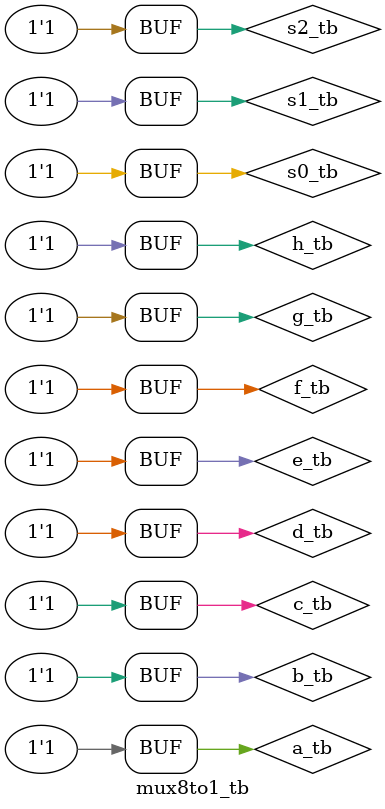
<source format=v>
module mux8to1_tb();
  reg a_tb,b_tb,c_tb,d_tb,e_tb,f_tb,g_tb,h_tb,s2_tb,s1_tb,s0_tb;
  wire y_tb;
  mux8to1 duv (.a(a_tb),.b(b_tb),.c(c_tb),.d(d_tb),.e(e_tb),.f(f_tb),.g(g_tb),.h(h_tb),.s2(s2_tb),.s1(s1_tb),.s0(s0_tb),.y(y_tb));
  initial
    
    begin
      $dumpfile("test.vcd");
      $dumpvars(1);
      a_tb = 0;
      b_tb = 0;
      c_tb = 0;
      d_tb = 0;
      e_tb = 0;
      f_tb = 0;
      g_tb = 0;
      h_tb = 0;
      #5 a_tb=~a_tb;
      s2_tb=0;s1_tb=0;s0_tb=0; #10;
      s2_tb=0;s1_tb=0;s0_tb=0; #10;
      #5 b_tb=~b_tb;
      s2_tb=0;s1_tb=0;s0_tb=1; #10;
      s2_tb=0;s1_tb=0;s0_tb=1; #10;
      #5 c_tb=~c_tb;
      s2_tb=0;s1_tb=1;s0_tb=0; #10;
      s2_tb=0;s1_tb=1;s0_tb=0; #10;
      #5 d_tb=~d_tb;
      s2_tb=0;s1_tb=1;s0_tb=1; #10; 
      s2_tb=0;s1_tb=1;s0_tb=1; #10;
      #5 e_tb=~e_tb;
      s2_tb=1;s1_tb=0;s0_tb=0; #10;
      s2_tb=1;s1_tb=0;s0_tb=0; #10;
      #5 f_tb=~f_tb;
      s2_tb=1;s1_tb=0;s0_tb=1; #10;
      s2_tb=1;s1_tb=0;s0_tb=1; #10;
      #5 g_tb=~g_tb;
      s2_tb=1;s1_tb=1;s0_tb=0; #10;
      s2_tb=1;s1_tb=1;s0_tb=0; #10;
      #5 h_tb=~h_tb;
      s2_tb=1;s1_tb=1;s0_tb=1; #10;
      s2_tb=1;s1_tb=1;s0_tb=1; #10;
    end
endmodule

 
          
      
      

</source>
